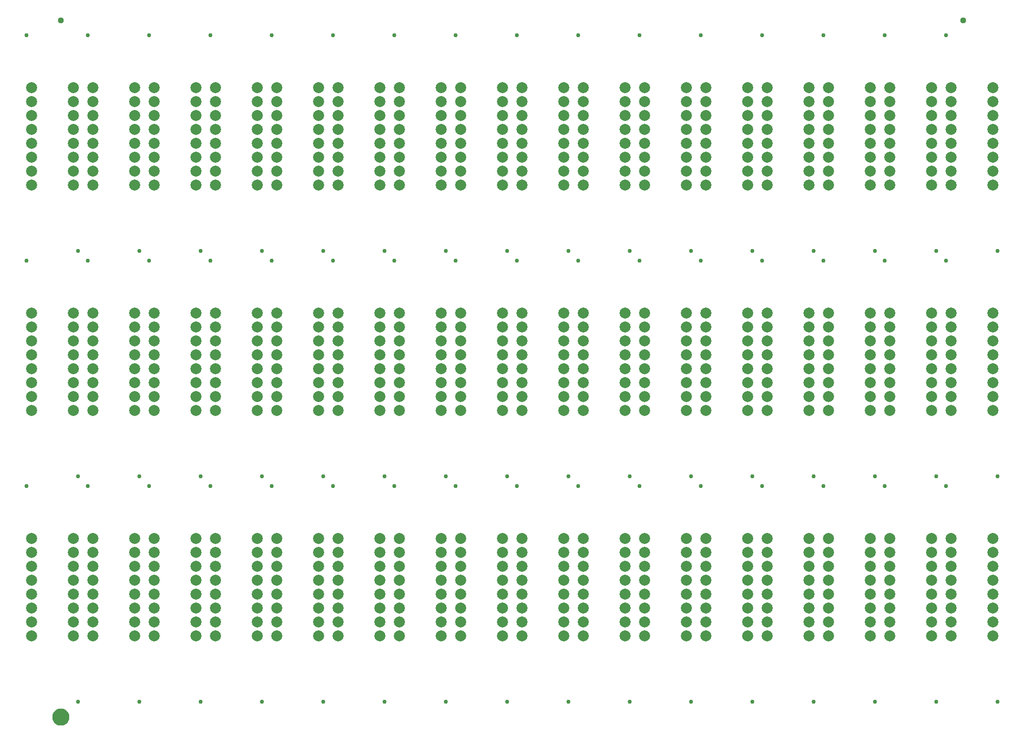
<source format=gbs>
G04 EAGLE Gerber RS-274X export*
G75*
%MOMM*%
%FSLAX34Y34*%
%LPD*%
%INSoldermask Bottom*%
%IPPOS*%
%AMOC8*
5,1,8,0,0,1.08239X$1,22.5*%
G01*
%ADD10C,0.762000*%
%ADD11C,2.006600*%
%ADD12C,1.127000*%
%ADD13C,1.270000*%
%ADD14C,1.627000*%


D10*
X6350Y400050D03*
X100330Y6350D03*
D11*
X91440Y127000D03*
X91440Y152400D03*
X91440Y177800D03*
X91440Y203200D03*
X91440Y228600D03*
X91440Y254000D03*
X91440Y279400D03*
X91440Y304800D03*
X15240Y304800D03*
X15240Y279400D03*
X15240Y254000D03*
X15240Y228600D03*
X15240Y203200D03*
X15240Y177800D03*
X15240Y152400D03*
X15240Y127000D03*
D10*
X118110Y400050D03*
X212090Y6350D03*
D11*
X203200Y127000D03*
X203200Y152400D03*
X203200Y177800D03*
X203200Y203200D03*
X203200Y228600D03*
X203200Y254000D03*
X203200Y279400D03*
X203200Y304800D03*
X127000Y304800D03*
X127000Y279400D03*
X127000Y254000D03*
X127000Y228600D03*
X127000Y203200D03*
X127000Y177800D03*
X127000Y152400D03*
X127000Y127000D03*
D10*
X229870Y400050D03*
X323850Y6350D03*
D11*
X314960Y127000D03*
X314960Y152400D03*
X314960Y177800D03*
X314960Y203200D03*
X314960Y228600D03*
X314960Y254000D03*
X314960Y279400D03*
X314960Y304800D03*
X238760Y304800D03*
X238760Y279400D03*
X238760Y254000D03*
X238760Y228600D03*
X238760Y203200D03*
X238760Y177800D03*
X238760Y152400D03*
X238760Y127000D03*
D10*
X341630Y400050D03*
X435610Y6350D03*
D11*
X426720Y127000D03*
X426720Y152400D03*
X426720Y177800D03*
X426720Y203200D03*
X426720Y228600D03*
X426720Y254000D03*
X426720Y279400D03*
X426720Y304800D03*
X350520Y304800D03*
X350520Y279400D03*
X350520Y254000D03*
X350520Y228600D03*
X350520Y203200D03*
X350520Y177800D03*
X350520Y152400D03*
X350520Y127000D03*
D10*
X453390Y400050D03*
X547370Y6350D03*
D11*
X538480Y127000D03*
X538480Y152400D03*
X538480Y177800D03*
X538480Y203200D03*
X538480Y228600D03*
X538480Y254000D03*
X538480Y279400D03*
X538480Y304800D03*
X462280Y304800D03*
X462280Y279400D03*
X462280Y254000D03*
X462280Y228600D03*
X462280Y203200D03*
X462280Y177800D03*
X462280Y152400D03*
X462280Y127000D03*
D10*
X565150Y400050D03*
X659130Y6350D03*
D11*
X650240Y127000D03*
X650240Y152400D03*
X650240Y177800D03*
X650240Y203200D03*
X650240Y228600D03*
X650240Y254000D03*
X650240Y279400D03*
X650240Y304800D03*
X574040Y304800D03*
X574040Y279400D03*
X574040Y254000D03*
X574040Y228600D03*
X574040Y203200D03*
X574040Y177800D03*
X574040Y152400D03*
X574040Y127000D03*
D10*
X676910Y400050D03*
X770890Y6350D03*
D11*
X762000Y127000D03*
X762000Y152400D03*
X762000Y177800D03*
X762000Y203200D03*
X762000Y228600D03*
X762000Y254000D03*
X762000Y279400D03*
X762000Y304800D03*
X685800Y304800D03*
X685800Y279400D03*
X685800Y254000D03*
X685800Y228600D03*
X685800Y203200D03*
X685800Y177800D03*
X685800Y152400D03*
X685800Y127000D03*
D10*
X788670Y400050D03*
X882650Y6350D03*
D11*
X873760Y127000D03*
X873760Y152400D03*
X873760Y177800D03*
X873760Y203200D03*
X873760Y228600D03*
X873760Y254000D03*
X873760Y279400D03*
X873760Y304800D03*
X797560Y304800D03*
X797560Y279400D03*
X797560Y254000D03*
X797560Y228600D03*
X797560Y203200D03*
X797560Y177800D03*
X797560Y152400D03*
X797560Y127000D03*
D10*
X900430Y400050D03*
X994410Y6350D03*
D11*
X985520Y127000D03*
X985520Y152400D03*
X985520Y177800D03*
X985520Y203200D03*
X985520Y228600D03*
X985520Y254000D03*
X985520Y279400D03*
X985520Y304800D03*
X909320Y304800D03*
X909320Y279400D03*
X909320Y254000D03*
X909320Y228600D03*
X909320Y203200D03*
X909320Y177800D03*
X909320Y152400D03*
X909320Y127000D03*
D10*
X1012190Y400050D03*
X1106170Y6350D03*
D11*
X1097280Y127000D03*
X1097280Y152400D03*
X1097280Y177800D03*
X1097280Y203200D03*
X1097280Y228600D03*
X1097280Y254000D03*
X1097280Y279400D03*
X1097280Y304800D03*
X1021080Y304800D03*
X1021080Y279400D03*
X1021080Y254000D03*
X1021080Y228600D03*
X1021080Y203200D03*
X1021080Y177800D03*
X1021080Y152400D03*
X1021080Y127000D03*
D10*
X1123950Y400050D03*
X1217930Y6350D03*
D11*
X1209040Y127000D03*
X1209040Y152400D03*
X1209040Y177800D03*
X1209040Y203200D03*
X1209040Y228600D03*
X1209040Y254000D03*
X1209040Y279400D03*
X1209040Y304800D03*
X1132840Y304800D03*
X1132840Y279400D03*
X1132840Y254000D03*
X1132840Y228600D03*
X1132840Y203200D03*
X1132840Y177800D03*
X1132840Y152400D03*
X1132840Y127000D03*
D10*
X1235710Y400050D03*
X1329690Y6350D03*
D11*
X1320800Y127000D03*
X1320800Y152400D03*
X1320800Y177800D03*
X1320800Y203200D03*
X1320800Y228600D03*
X1320800Y254000D03*
X1320800Y279400D03*
X1320800Y304800D03*
X1244600Y304800D03*
X1244600Y279400D03*
X1244600Y254000D03*
X1244600Y228600D03*
X1244600Y203200D03*
X1244600Y177800D03*
X1244600Y152400D03*
X1244600Y127000D03*
D10*
X1347470Y400050D03*
X1441450Y6350D03*
D11*
X1432560Y127000D03*
X1432560Y152400D03*
X1432560Y177800D03*
X1432560Y203200D03*
X1432560Y228600D03*
X1432560Y254000D03*
X1432560Y279400D03*
X1432560Y304800D03*
X1356360Y304800D03*
X1356360Y279400D03*
X1356360Y254000D03*
X1356360Y228600D03*
X1356360Y203200D03*
X1356360Y177800D03*
X1356360Y152400D03*
X1356360Y127000D03*
D10*
X1459230Y400050D03*
X1553210Y6350D03*
D11*
X1544320Y127000D03*
X1544320Y152400D03*
X1544320Y177800D03*
X1544320Y203200D03*
X1544320Y228600D03*
X1544320Y254000D03*
X1544320Y279400D03*
X1544320Y304800D03*
X1468120Y304800D03*
X1468120Y279400D03*
X1468120Y254000D03*
X1468120Y228600D03*
X1468120Y203200D03*
X1468120Y177800D03*
X1468120Y152400D03*
X1468120Y127000D03*
D10*
X1570990Y400050D03*
X1664970Y6350D03*
D11*
X1656080Y127000D03*
X1656080Y152400D03*
X1656080Y177800D03*
X1656080Y203200D03*
X1656080Y228600D03*
X1656080Y254000D03*
X1656080Y279400D03*
X1656080Y304800D03*
X1579880Y304800D03*
X1579880Y279400D03*
X1579880Y254000D03*
X1579880Y228600D03*
X1579880Y203200D03*
X1579880Y177800D03*
X1579880Y152400D03*
X1579880Y127000D03*
D10*
X1682750Y400050D03*
X1776730Y6350D03*
D11*
X1767840Y127000D03*
X1767840Y152400D03*
X1767840Y177800D03*
X1767840Y203200D03*
X1767840Y228600D03*
X1767840Y254000D03*
X1767840Y279400D03*
X1767840Y304800D03*
X1691640Y304800D03*
X1691640Y279400D03*
X1691640Y254000D03*
X1691640Y228600D03*
X1691640Y203200D03*
X1691640Y177800D03*
X1691640Y152400D03*
X1691640Y127000D03*
D10*
X6350Y811530D03*
X100330Y417830D03*
D11*
X91440Y538480D03*
X91440Y563880D03*
X91440Y589280D03*
X91440Y614680D03*
X91440Y640080D03*
X91440Y665480D03*
X91440Y690880D03*
X91440Y716280D03*
X15240Y716280D03*
X15240Y690880D03*
X15240Y665480D03*
X15240Y640080D03*
X15240Y614680D03*
X15240Y589280D03*
X15240Y563880D03*
X15240Y538480D03*
D10*
X118110Y811530D03*
X212090Y417830D03*
D11*
X203200Y538480D03*
X203200Y563880D03*
X203200Y589280D03*
X203200Y614680D03*
X203200Y640080D03*
X203200Y665480D03*
X203200Y690880D03*
X203200Y716280D03*
X127000Y716280D03*
X127000Y690880D03*
X127000Y665480D03*
X127000Y640080D03*
X127000Y614680D03*
X127000Y589280D03*
X127000Y563880D03*
X127000Y538480D03*
D10*
X229870Y811530D03*
X323850Y417830D03*
D11*
X314960Y538480D03*
X314960Y563880D03*
X314960Y589280D03*
X314960Y614680D03*
X314960Y640080D03*
X314960Y665480D03*
X314960Y690880D03*
X314960Y716280D03*
X238760Y716280D03*
X238760Y690880D03*
X238760Y665480D03*
X238760Y640080D03*
X238760Y614680D03*
X238760Y589280D03*
X238760Y563880D03*
X238760Y538480D03*
D10*
X341630Y811530D03*
X435610Y417830D03*
D11*
X426720Y538480D03*
X426720Y563880D03*
X426720Y589280D03*
X426720Y614680D03*
X426720Y640080D03*
X426720Y665480D03*
X426720Y690880D03*
X426720Y716280D03*
X350520Y716280D03*
X350520Y690880D03*
X350520Y665480D03*
X350520Y640080D03*
X350520Y614680D03*
X350520Y589280D03*
X350520Y563880D03*
X350520Y538480D03*
D10*
X453390Y811530D03*
X547370Y417830D03*
D11*
X538480Y538480D03*
X538480Y563880D03*
X538480Y589280D03*
X538480Y614680D03*
X538480Y640080D03*
X538480Y665480D03*
X538480Y690880D03*
X538480Y716280D03*
X462280Y716280D03*
X462280Y690880D03*
X462280Y665480D03*
X462280Y640080D03*
X462280Y614680D03*
X462280Y589280D03*
X462280Y563880D03*
X462280Y538480D03*
D10*
X565150Y811530D03*
X659130Y417830D03*
D11*
X650240Y538480D03*
X650240Y563880D03*
X650240Y589280D03*
X650240Y614680D03*
X650240Y640080D03*
X650240Y665480D03*
X650240Y690880D03*
X650240Y716280D03*
X574040Y716280D03*
X574040Y690880D03*
X574040Y665480D03*
X574040Y640080D03*
X574040Y614680D03*
X574040Y589280D03*
X574040Y563880D03*
X574040Y538480D03*
D10*
X676910Y811530D03*
X770890Y417830D03*
D11*
X762000Y538480D03*
X762000Y563880D03*
X762000Y589280D03*
X762000Y614680D03*
X762000Y640080D03*
X762000Y665480D03*
X762000Y690880D03*
X762000Y716280D03*
X685800Y716280D03*
X685800Y690880D03*
X685800Y665480D03*
X685800Y640080D03*
X685800Y614680D03*
X685800Y589280D03*
X685800Y563880D03*
X685800Y538480D03*
D10*
X788670Y811530D03*
X882650Y417830D03*
D11*
X873760Y538480D03*
X873760Y563880D03*
X873760Y589280D03*
X873760Y614680D03*
X873760Y640080D03*
X873760Y665480D03*
X873760Y690880D03*
X873760Y716280D03*
X797560Y716280D03*
X797560Y690880D03*
X797560Y665480D03*
X797560Y640080D03*
X797560Y614680D03*
X797560Y589280D03*
X797560Y563880D03*
X797560Y538480D03*
D10*
X900430Y811530D03*
X994410Y417830D03*
D11*
X985520Y538480D03*
X985520Y563880D03*
X985520Y589280D03*
X985520Y614680D03*
X985520Y640080D03*
X985520Y665480D03*
X985520Y690880D03*
X985520Y716280D03*
X909320Y716280D03*
X909320Y690880D03*
X909320Y665480D03*
X909320Y640080D03*
X909320Y614680D03*
X909320Y589280D03*
X909320Y563880D03*
X909320Y538480D03*
D10*
X1012190Y811530D03*
X1106170Y417830D03*
D11*
X1097280Y538480D03*
X1097280Y563880D03*
X1097280Y589280D03*
X1097280Y614680D03*
X1097280Y640080D03*
X1097280Y665480D03*
X1097280Y690880D03*
X1097280Y716280D03*
X1021080Y716280D03*
X1021080Y690880D03*
X1021080Y665480D03*
X1021080Y640080D03*
X1021080Y614680D03*
X1021080Y589280D03*
X1021080Y563880D03*
X1021080Y538480D03*
D10*
X1123950Y811530D03*
X1217930Y417830D03*
D11*
X1209040Y538480D03*
X1209040Y563880D03*
X1209040Y589280D03*
X1209040Y614680D03*
X1209040Y640080D03*
X1209040Y665480D03*
X1209040Y690880D03*
X1209040Y716280D03*
X1132840Y716280D03*
X1132840Y690880D03*
X1132840Y665480D03*
X1132840Y640080D03*
X1132840Y614680D03*
X1132840Y589280D03*
X1132840Y563880D03*
X1132840Y538480D03*
D10*
X1235710Y811530D03*
X1329690Y417830D03*
D11*
X1320800Y538480D03*
X1320800Y563880D03*
X1320800Y589280D03*
X1320800Y614680D03*
X1320800Y640080D03*
X1320800Y665480D03*
X1320800Y690880D03*
X1320800Y716280D03*
X1244600Y716280D03*
X1244600Y690880D03*
X1244600Y665480D03*
X1244600Y640080D03*
X1244600Y614680D03*
X1244600Y589280D03*
X1244600Y563880D03*
X1244600Y538480D03*
D10*
X1347470Y811530D03*
X1441450Y417830D03*
D11*
X1432560Y538480D03*
X1432560Y563880D03*
X1432560Y589280D03*
X1432560Y614680D03*
X1432560Y640080D03*
X1432560Y665480D03*
X1432560Y690880D03*
X1432560Y716280D03*
X1356360Y716280D03*
X1356360Y690880D03*
X1356360Y665480D03*
X1356360Y640080D03*
X1356360Y614680D03*
X1356360Y589280D03*
X1356360Y563880D03*
X1356360Y538480D03*
D10*
X1459230Y811530D03*
X1553210Y417830D03*
D11*
X1544320Y538480D03*
X1544320Y563880D03*
X1544320Y589280D03*
X1544320Y614680D03*
X1544320Y640080D03*
X1544320Y665480D03*
X1544320Y690880D03*
X1544320Y716280D03*
X1468120Y716280D03*
X1468120Y690880D03*
X1468120Y665480D03*
X1468120Y640080D03*
X1468120Y614680D03*
X1468120Y589280D03*
X1468120Y563880D03*
X1468120Y538480D03*
D10*
X1570990Y811530D03*
X1664970Y417830D03*
D11*
X1656080Y538480D03*
X1656080Y563880D03*
X1656080Y589280D03*
X1656080Y614680D03*
X1656080Y640080D03*
X1656080Y665480D03*
X1656080Y690880D03*
X1656080Y716280D03*
X1579880Y716280D03*
X1579880Y690880D03*
X1579880Y665480D03*
X1579880Y640080D03*
X1579880Y614680D03*
X1579880Y589280D03*
X1579880Y563880D03*
X1579880Y538480D03*
D10*
X1682750Y811530D03*
X1776730Y417830D03*
D11*
X1767840Y538480D03*
X1767840Y563880D03*
X1767840Y589280D03*
X1767840Y614680D03*
X1767840Y640080D03*
X1767840Y665480D03*
X1767840Y690880D03*
X1767840Y716280D03*
X1691640Y716280D03*
X1691640Y690880D03*
X1691640Y665480D03*
X1691640Y640080D03*
X1691640Y614680D03*
X1691640Y589280D03*
X1691640Y563880D03*
X1691640Y538480D03*
D10*
X6350Y1223010D03*
X100330Y829310D03*
D11*
X91440Y949960D03*
X91440Y975360D03*
X91440Y1000760D03*
X91440Y1026160D03*
X91440Y1051560D03*
X91440Y1076960D03*
X91440Y1102360D03*
X91440Y1127760D03*
X15240Y1127760D03*
X15240Y1102360D03*
X15240Y1076960D03*
X15240Y1051560D03*
X15240Y1026160D03*
X15240Y1000760D03*
X15240Y975360D03*
X15240Y949960D03*
D10*
X118110Y1223010D03*
X212090Y829310D03*
D11*
X203200Y949960D03*
X203200Y975360D03*
X203200Y1000760D03*
X203200Y1026160D03*
X203200Y1051560D03*
X203200Y1076960D03*
X203200Y1102360D03*
X203200Y1127760D03*
X127000Y1127760D03*
X127000Y1102360D03*
X127000Y1076960D03*
X127000Y1051560D03*
X127000Y1026160D03*
X127000Y1000760D03*
X127000Y975360D03*
X127000Y949960D03*
D10*
X229870Y1223010D03*
X323850Y829310D03*
D11*
X314960Y949960D03*
X314960Y975360D03*
X314960Y1000760D03*
X314960Y1026160D03*
X314960Y1051560D03*
X314960Y1076960D03*
X314960Y1102360D03*
X314960Y1127760D03*
X238760Y1127760D03*
X238760Y1102360D03*
X238760Y1076960D03*
X238760Y1051560D03*
X238760Y1026160D03*
X238760Y1000760D03*
X238760Y975360D03*
X238760Y949960D03*
D10*
X341630Y1223010D03*
X435610Y829310D03*
D11*
X426720Y949960D03*
X426720Y975360D03*
X426720Y1000760D03*
X426720Y1026160D03*
X426720Y1051560D03*
X426720Y1076960D03*
X426720Y1102360D03*
X426720Y1127760D03*
X350520Y1127760D03*
X350520Y1102360D03*
X350520Y1076960D03*
X350520Y1051560D03*
X350520Y1026160D03*
X350520Y1000760D03*
X350520Y975360D03*
X350520Y949960D03*
D10*
X453390Y1223010D03*
X547370Y829310D03*
D11*
X538480Y949960D03*
X538480Y975360D03*
X538480Y1000760D03*
X538480Y1026160D03*
X538480Y1051560D03*
X538480Y1076960D03*
X538480Y1102360D03*
X538480Y1127760D03*
X462280Y1127760D03*
X462280Y1102360D03*
X462280Y1076960D03*
X462280Y1051560D03*
X462280Y1026160D03*
X462280Y1000760D03*
X462280Y975360D03*
X462280Y949960D03*
D10*
X565150Y1223010D03*
X659130Y829310D03*
D11*
X650240Y949960D03*
X650240Y975360D03*
X650240Y1000760D03*
X650240Y1026160D03*
X650240Y1051560D03*
X650240Y1076960D03*
X650240Y1102360D03*
X650240Y1127760D03*
X574040Y1127760D03*
X574040Y1102360D03*
X574040Y1076960D03*
X574040Y1051560D03*
X574040Y1026160D03*
X574040Y1000760D03*
X574040Y975360D03*
X574040Y949960D03*
D10*
X676910Y1223010D03*
X770890Y829310D03*
D11*
X762000Y949960D03*
X762000Y975360D03*
X762000Y1000760D03*
X762000Y1026160D03*
X762000Y1051560D03*
X762000Y1076960D03*
X762000Y1102360D03*
X762000Y1127760D03*
X685800Y1127760D03*
X685800Y1102360D03*
X685800Y1076960D03*
X685800Y1051560D03*
X685800Y1026160D03*
X685800Y1000760D03*
X685800Y975360D03*
X685800Y949960D03*
D10*
X788670Y1223010D03*
X882650Y829310D03*
D11*
X873760Y949960D03*
X873760Y975360D03*
X873760Y1000760D03*
X873760Y1026160D03*
X873760Y1051560D03*
X873760Y1076960D03*
X873760Y1102360D03*
X873760Y1127760D03*
X797560Y1127760D03*
X797560Y1102360D03*
X797560Y1076960D03*
X797560Y1051560D03*
X797560Y1026160D03*
X797560Y1000760D03*
X797560Y975360D03*
X797560Y949960D03*
D10*
X900430Y1223010D03*
X994410Y829310D03*
D11*
X985520Y949960D03*
X985520Y975360D03*
X985520Y1000760D03*
X985520Y1026160D03*
X985520Y1051560D03*
X985520Y1076960D03*
X985520Y1102360D03*
X985520Y1127760D03*
X909320Y1127760D03*
X909320Y1102360D03*
X909320Y1076960D03*
X909320Y1051560D03*
X909320Y1026160D03*
X909320Y1000760D03*
X909320Y975360D03*
X909320Y949960D03*
D10*
X1012190Y1223010D03*
X1106170Y829310D03*
D11*
X1097280Y949960D03*
X1097280Y975360D03*
X1097280Y1000760D03*
X1097280Y1026160D03*
X1097280Y1051560D03*
X1097280Y1076960D03*
X1097280Y1102360D03*
X1097280Y1127760D03*
X1021080Y1127760D03*
X1021080Y1102360D03*
X1021080Y1076960D03*
X1021080Y1051560D03*
X1021080Y1026160D03*
X1021080Y1000760D03*
X1021080Y975360D03*
X1021080Y949960D03*
D10*
X1123950Y1223010D03*
X1217930Y829310D03*
D11*
X1209040Y949960D03*
X1209040Y975360D03*
X1209040Y1000760D03*
X1209040Y1026160D03*
X1209040Y1051560D03*
X1209040Y1076960D03*
X1209040Y1102360D03*
X1209040Y1127760D03*
X1132840Y1127760D03*
X1132840Y1102360D03*
X1132840Y1076960D03*
X1132840Y1051560D03*
X1132840Y1026160D03*
X1132840Y1000760D03*
X1132840Y975360D03*
X1132840Y949960D03*
D10*
X1235710Y1223010D03*
X1329690Y829310D03*
D11*
X1320800Y949960D03*
X1320800Y975360D03*
X1320800Y1000760D03*
X1320800Y1026160D03*
X1320800Y1051560D03*
X1320800Y1076960D03*
X1320800Y1102360D03*
X1320800Y1127760D03*
X1244600Y1127760D03*
X1244600Y1102360D03*
X1244600Y1076960D03*
X1244600Y1051560D03*
X1244600Y1026160D03*
X1244600Y1000760D03*
X1244600Y975360D03*
X1244600Y949960D03*
D10*
X1347470Y1223010D03*
X1441450Y829310D03*
D11*
X1432560Y949960D03*
X1432560Y975360D03*
X1432560Y1000760D03*
X1432560Y1026160D03*
X1432560Y1051560D03*
X1432560Y1076960D03*
X1432560Y1102360D03*
X1432560Y1127760D03*
X1356360Y1127760D03*
X1356360Y1102360D03*
X1356360Y1076960D03*
X1356360Y1051560D03*
X1356360Y1026160D03*
X1356360Y1000760D03*
X1356360Y975360D03*
X1356360Y949960D03*
D10*
X1459230Y1223010D03*
X1553210Y829310D03*
D11*
X1544320Y949960D03*
X1544320Y975360D03*
X1544320Y1000760D03*
X1544320Y1026160D03*
X1544320Y1051560D03*
X1544320Y1076960D03*
X1544320Y1102360D03*
X1544320Y1127760D03*
X1468120Y1127760D03*
X1468120Y1102360D03*
X1468120Y1076960D03*
X1468120Y1051560D03*
X1468120Y1026160D03*
X1468120Y1000760D03*
X1468120Y975360D03*
X1468120Y949960D03*
D10*
X1570990Y1223010D03*
X1664970Y829310D03*
D11*
X1656080Y949960D03*
X1656080Y975360D03*
X1656080Y1000760D03*
X1656080Y1026160D03*
X1656080Y1051560D03*
X1656080Y1076960D03*
X1656080Y1102360D03*
X1656080Y1127760D03*
X1579880Y1127760D03*
X1579880Y1102360D03*
X1579880Y1076960D03*
X1579880Y1051560D03*
X1579880Y1026160D03*
X1579880Y1000760D03*
X1579880Y975360D03*
X1579880Y949960D03*
D10*
X1682750Y1223010D03*
X1776730Y829310D03*
D11*
X1767840Y949960D03*
X1767840Y975360D03*
X1767840Y1000760D03*
X1767840Y1026160D03*
X1767840Y1051560D03*
X1767840Y1076960D03*
X1767840Y1102360D03*
X1767840Y1127760D03*
X1691640Y1127760D03*
X1691640Y1102360D03*
X1691640Y1076960D03*
X1691640Y1051560D03*
X1691640Y1026160D03*
X1691640Y1000760D03*
X1691640Y975360D03*
X1691640Y949960D03*
D12*
X68580Y1250315D03*
X1713865Y1250315D03*
D13*
X59525Y-20955D02*
X59528Y-20733D01*
X59536Y-20511D01*
X59550Y-20289D01*
X59569Y-20067D01*
X59593Y-19847D01*
X59623Y-19626D01*
X59658Y-19407D01*
X59699Y-19188D01*
X59745Y-18971D01*
X59796Y-18755D01*
X59853Y-18540D01*
X59915Y-18326D01*
X59982Y-18115D01*
X60054Y-17904D01*
X60132Y-17696D01*
X60214Y-17490D01*
X60302Y-17286D01*
X60394Y-17083D01*
X60492Y-16884D01*
X60594Y-16687D01*
X60701Y-16492D01*
X60813Y-16300D01*
X60930Y-16111D01*
X61051Y-15924D01*
X61177Y-15741D01*
X61307Y-15561D01*
X61442Y-15384D01*
X61580Y-15211D01*
X61723Y-15041D01*
X61871Y-14874D01*
X62022Y-14711D01*
X62177Y-14552D01*
X62336Y-14397D01*
X62499Y-14246D01*
X62666Y-14098D01*
X62836Y-13955D01*
X63009Y-13817D01*
X63186Y-13682D01*
X63366Y-13552D01*
X63549Y-13426D01*
X63736Y-13305D01*
X63925Y-13188D01*
X64117Y-13076D01*
X64312Y-12969D01*
X64509Y-12867D01*
X64708Y-12769D01*
X64911Y-12677D01*
X65115Y-12589D01*
X65321Y-12507D01*
X65529Y-12429D01*
X65740Y-12357D01*
X65951Y-12290D01*
X66165Y-12228D01*
X66380Y-12171D01*
X66596Y-12120D01*
X66813Y-12074D01*
X67032Y-12033D01*
X67251Y-11998D01*
X67472Y-11968D01*
X67692Y-11944D01*
X67914Y-11925D01*
X68136Y-11911D01*
X68358Y-11903D01*
X68580Y-11900D01*
X68802Y-11903D01*
X69024Y-11911D01*
X69246Y-11925D01*
X69468Y-11944D01*
X69688Y-11968D01*
X69909Y-11998D01*
X70128Y-12033D01*
X70347Y-12074D01*
X70564Y-12120D01*
X70780Y-12171D01*
X70995Y-12228D01*
X71209Y-12290D01*
X71420Y-12357D01*
X71631Y-12429D01*
X71839Y-12507D01*
X72045Y-12589D01*
X72249Y-12677D01*
X72452Y-12769D01*
X72651Y-12867D01*
X72848Y-12969D01*
X73043Y-13076D01*
X73235Y-13188D01*
X73424Y-13305D01*
X73611Y-13426D01*
X73794Y-13552D01*
X73974Y-13682D01*
X74151Y-13817D01*
X74324Y-13955D01*
X74494Y-14098D01*
X74661Y-14246D01*
X74824Y-14397D01*
X74983Y-14552D01*
X75138Y-14711D01*
X75289Y-14874D01*
X75437Y-15041D01*
X75580Y-15211D01*
X75718Y-15384D01*
X75853Y-15561D01*
X75983Y-15741D01*
X76109Y-15924D01*
X76230Y-16111D01*
X76347Y-16300D01*
X76459Y-16492D01*
X76566Y-16687D01*
X76668Y-16884D01*
X76766Y-17083D01*
X76858Y-17286D01*
X76946Y-17490D01*
X77028Y-17696D01*
X77106Y-17904D01*
X77178Y-18115D01*
X77245Y-18326D01*
X77307Y-18540D01*
X77364Y-18755D01*
X77415Y-18971D01*
X77461Y-19188D01*
X77502Y-19407D01*
X77537Y-19626D01*
X77567Y-19847D01*
X77591Y-20067D01*
X77610Y-20289D01*
X77624Y-20511D01*
X77632Y-20733D01*
X77635Y-20955D01*
X77632Y-21177D01*
X77624Y-21399D01*
X77610Y-21621D01*
X77591Y-21843D01*
X77567Y-22063D01*
X77537Y-22284D01*
X77502Y-22503D01*
X77461Y-22722D01*
X77415Y-22939D01*
X77364Y-23155D01*
X77307Y-23370D01*
X77245Y-23584D01*
X77178Y-23795D01*
X77106Y-24006D01*
X77028Y-24214D01*
X76946Y-24420D01*
X76858Y-24624D01*
X76766Y-24827D01*
X76668Y-25026D01*
X76566Y-25223D01*
X76459Y-25418D01*
X76347Y-25610D01*
X76230Y-25799D01*
X76109Y-25986D01*
X75983Y-26169D01*
X75853Y-26349D01*
X75718Y-26526D01*
X75580Y-26699D01*
X75437Y-26869D01*
X75289Y-27036D01*
X75138Y-27199D01*
X74983Y-27358D01*
X74824Y-27513D01*
X74661Y-27664D01*
X74494Y-27812D01*
X74324Y-27955D01*
X74151Y-28093D01*
X73974Y-28228D01*
X73794Y-28358D01*
X73611Y-28484D01*
X73424Y-28605D01*
X73235Y-28722D01*
X73043Y-28834D01*
X72848Y-28941D01*
X72651Y-29043D01*
X72452Y-29141D01*
X72249Y-29233D01*
X72045Y-29321D01*
X71839Y-29403D01*
X71631Y-29481D01*
X71420Y-29553D01*
X71209Y-29620D01*
X70995Y-29682D01*
X70780Y-29739D01*
X70564Y-29790D01*
X70347Y-29836D01*
X70128Y-29877D01*
X69909Y-29912D01*
X69688Y-29942D01*
X69468Y-29966D01*
X69246Y-29985D01*
X69024Y-29999D01*
X68802Y-30007D01*
X68580Y-30010D01*
X68358Y-30007D01*
X68136Y-29999D01*
X67914Y-29985D01*
X67692Y-29966D01*
X67472Y-29942D01*
X67251Y-29912D01*
X67032Y-29877D01*
X66813Y-29836D01*
X66596Y-29790D01*
X66380Y-29739D01*
X66165Y-29682D01*
X65951Y-29620D01*
X65740Y-29553D01*
X65529Y-29481D01*
X65321Y-29403D01*
X65115Y-29321D01*
X64911Y-29233D01*
X64708Y-29141D01*
X64509Y-29043D01*
X64312Y-28941D01*
X64117Y-28834D01*
X63925Y-28722D01*
X63736Y-28605D01*
X63549Y-28484D01*
X63366Y-28358D01*
X63186Y-28228D01*
X63009Y-28093D01*
X62836Y-27955D01*
X62666Y-27812D01*
X62499Y-27664D01*
X62336Y-27513D01*
X62177Y-27358D01*
X62022Y-27199D01*
X61871Y-27036D01*
X61723Y-26869D01*
X61580Y-26699D01*
X61442Y-26526D01*
X61307Y-26349D01*
X61177Y-26169D01*
X61051Y-25986D01*
X60930Y-25799D01*
X60813Y-25610D01*
X60701Y-25418D01*
X60594Y-25223D01*
X60492Y-25026D01*
X60394Y-24827D01*
X60302Y-24624D01*
X60214Y-24420D01*
X60132Y-24214D01*
X60054Y-24006D01*
X59982Y-23795D01*
X59915Y-23584D01*
X59853Y-23370D01*
X59796Y-23155D01*
X59745Y-22939D01*
X59699Y-22722D01*
X59658Y-22503D01*
X59623Y-22284D01*
X59593Y-22063D01*
X59569Y-21843D01*
X59550Y-21621D01*
X59536Y-21399D01*
X59528Y-21177D01*
X59525Y-20955D01*
D14*
X68580Y-20955D03*
M02*

</source>
